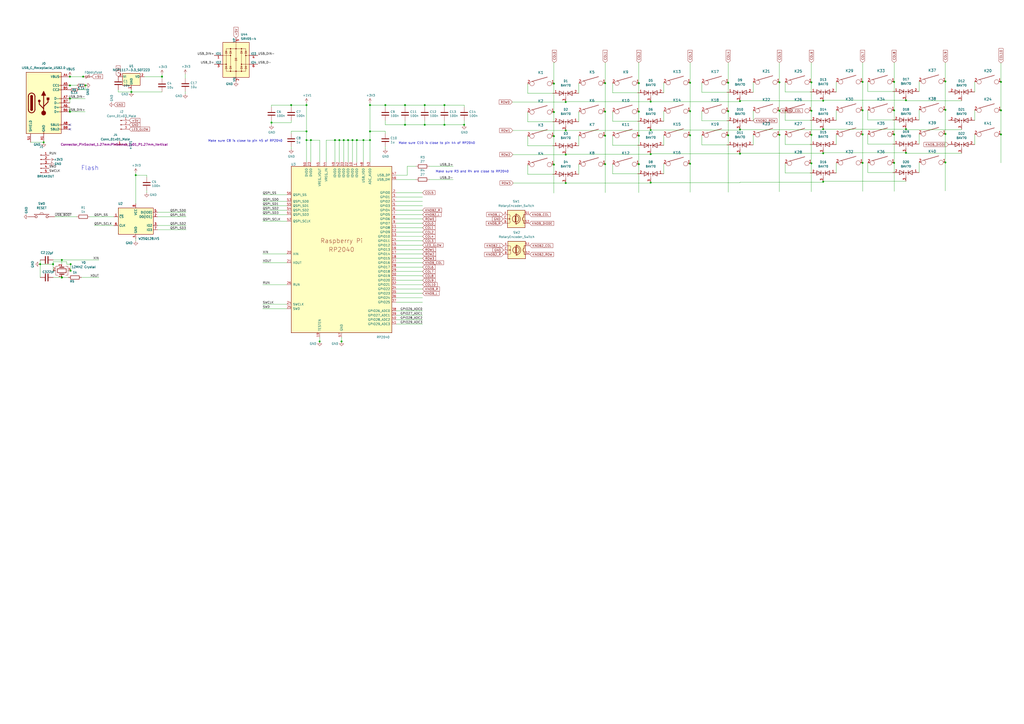
<source format=kicad_sch>
(kicad_sch (version 20211123) (generator eeschema)
  (paper "A2")
  (title_block (title "Rp2040 __template__") (date "2020-12-18") (rev "REV 0.1") (company "scattered_lenity"))
  (junction (at 214.63 76.2))
  (junction (at 548.386 77.724))
  (junction (at 40.5638 44.4754))
  (junction (at 351.028 64.77))
  (junction (at 35.8648 160.9598))
  (junction (at 525.526 74.93))
  (junction (at 400.304 94.996))
  (junction (at 246.38 72.39))
  (junction (at 194.31 81.28))
  (junction (at 196.85 81.28))
  (junction (at 40.5638 57.1754))
  (junction (at 500.38 94.488))
  (junction (at 25.3238 82.5754))
  (junction (at 78.74 101.6))
  (junction (at 199.39 81.28))
  (junction (at 23.2664 153.2382))
  (junction (at 35.8648 150.7998))
  (junction (at 518.668 64.008))
  (junction (at 49.657 49.5046))
  (junction (at 40.5638 49.5554))
  (junction (at 321.31 95.504))
  (junction (at 328.168 59.182))
  (junction (at 210.82 81.28))
  (junction (at 377.444 105.918))
  (junction (at 548.386 63.754))
  (junction (at 525.526 58.166))
  (junction (at 377.444 58.928))
  (junction (at 580.644 77.978))
  (junction (at 580.644 64.008))
  (junction (at 40.5638 64.7954))
  (junction (at 40.9448 157.0482))
  (junction (at 429.26 75.184))
  (junction (at 30.7848 153.2382))
  (junction (at 470.662 47.752))
  (junction (at 500.38 64.008))
  (junction (at 246.38 60.96))
  (junction (at 201.93 81.28))
  (junction (at 452.12 64.262))
  (junction (at 177.8 60.96))
  (junction (at 429.26 89.154))
  (junction (at 422.402 48.006))
  (junction (at 377.444 75.438))
  (junction (at 351.028 78.74))
  (junction (at 377.444 89.408))
  (junction (at 548.386 94.234))
  (junction (at 580.644 47.498))
  (junction (at 177.8 81.28))
  (junction (at 168.91 60.96))
  (junction (at 321.31 65.024))
  (junction (at 429.26 58.674))
  (junction (at 328.168 75.692))
  (junction (at 370.586 64.77))
  (junction (at 400.304 78.486))
  (junction (at 477.52 74.93))
  (junction (at 257.81 60.96))
  (junction (at 518.668 94.488))
  (junction (at 477.52 58.42))
  (junction (at 76.2 53.34))
  (junction (at 470.662 78.232))
  (junction (at 470.662 64.262))
  (junction (at 370.586 78.74))
  (junction (at 400.304 48.006))
  (junction (at 452.12 47.752))
  (junction (at 157.48 71.12))
  (junction (at 400.304 64.516))
  (junction (at 321.31 48.514))
  (junction (at 500.38 77.978))
  (junction (at 269.24 72.39))
  (junction (at 185.42 198.0946))
  (junction (at 198.12 198.0946))
  (junction (at 180.34 81.28))
  (junction (at 518.668 77.978))
  (junction (at 351.028 95.25))
  (junction (at 370.586 48.26))
  (junction (at 207.01 81.28))
  (junction (at 214.63 81.28))
  (junction (at 177.8 76.2))
  (junction (at 477.52 105.41))
  (junction (at 40.9702 153.2382))
  (junction (at 422.402 78.486))
  (junction (at 370.586 95.25))
  (junction (at 48.26 44.45))
  (junction (at 321.31 78.994))
  (junction (at 214.63 60.96))
  (junction (at 500.38 47.498))
  (junction (at 351.028 48.26))
  (junction (at 518.668 47.498))
  (junction (at 422.402 64.516))
  (junction (at 548.386 47.244))
  (junction (at 525.526 88.646))
  (junction (at 257.81 72.39))
  (junction (at 93.98 44.45))
  (junction (at 452.12 78.232))
  (junction (at 328.168 106.172))
  (junction (at 223.52 60.96))
  (junction (at 234.95 72.39))
  (junction (at 477.52 88.9))
  (junction (at 204.47 81.28))
  (junction (at 470.662 94.742))
  (junction (at 35.8648 160.8582))
  (junction (at 328.168 89.662))
  (junction (at 234.95 60.96))
  (no_connect (at 40.5638 74.9554))
  (no_connect (at 40.5638 72.4154))
  (wire (pts (xy 297.483 89.662) (xy 328.168 89.662)))
  (wire (pts (xy 166.37 176.53) (xy 152.4 176.53)))
  (wire (pts (xy 470.662 94.742) (xy 470.662 111.252)))
  (wire (pts (xy 152.4 121.92) (xy 166.37 121.92)))
  (wire (pts (xy 370.586 64.77) (xy 370.586 78.74)))
  (wire (pts (xy 229.87 139.7) (xy 245.11 139.7)))
  (wire (pts (xy 229.87 119.38) (xy 245.11 119.38)))
  (wire (pts (xy 503.428 64.008) (xy 503.428 69.596)))
  (wire (pts (xy 306.07 54.102) (xy 320.548 54.102)))
  (wire (pts (xy 207.01 81.28) (xy 210.82 81.28)))
  (wire (pts (xy 477.52 58.166) (xy 477.52 58.42)))
  (wire (pts (xy 48.26 44.4754) (xy 48.26 44.45)))
  (wire (pts (xy 321.31 48.514) (xy 321.31 65.024)))
  (wire (pts (xy 328.168 106.172) (xy 377.444 106.172)))
  (wire (pts (xy 234.95 62.23) (xy 234.95 60.96)))
  (wire (pts (xy 306.07 84.582) (xy 320.548 84.582)))
  (wire (pts (xy 85.09 101.6) (xy 78.74 101.6)))
  (wire (pts (xy 429.26 75.438) (xy 429.26 75.184)))
  (wire (pts (xy 229.87 114.3) (xy 245.11 114.3)))
  (wire (pts (xy 580.644 36.576) (xy 580.644 47.498)))
  (wire (pts (xy 407.162 64.516) (xy 407.162 70.104)))
  (wire (pts (xy 83.82 44.45) (xy 93.98 44.45)))
  (wire (pts (xy 185.42 81.28) (xy 180.34 81.28)))
  (wire (pts (xy 152.4 116.84) (xy 166.37 116.84)))
  (wire (pts (xy 91.44 130.81) (xy 107.95 130.81)))
  (wire (pts (xy 40.513 64.7954) (xy 40.5638 64.7954)))
  (wire (pts (xy 152.4 119.38) (xy 166.37 119.38)))
  (wire (pts (xy 525.526 88.9) (xy 525.526 88.646)))
  (wire (pts (xy 306.07 95.504) (xy 306.07 101.092)))
  (wire (pts (xy 422.402 36.322) (xy 422.402 48.006)))
  (wire (pts (xy 565.404 77.978) (xy 565.404 83.82)))
  (wire (pts (xy 40.5638 44.4754) (xy 48.26 44.4754)))
  (wire (pts (xy 78.74 100.33) (xy 78.74 101.6)))
  (wire (pts (xy 525.526 88.646) (xy 477.52 88.646)))
  (wire (pts (xy 204.47 93.98) (xy 204.47 81.28)))
  (wire (pts (xy 557.784 58.42) (xy 525.526 58.42)))
  (wire (pts (xy 76.2 53.34) (xy 76.2 53.4416)))
  (wire (pts (xy 557.784 75.184) (xy 525.526 75.184)))
  (wire (pts (xy 306.07 65.024) (xy 306.07 70.612)))
  (wire (pts (xy 201.93 81.28) (xy 204.47 81.28)))
  (wire (pts (xy 38.6842 151.8158) (xy 30.7848 151.8158)))
  (wire (pts (xy 168.91 77.47) (xy 168.91 76.2)))
  (wire (pts (xy 297.434 75.692) (xy 328.168 75.692)))
  (wire (pts (xy 533.146 63.754) (xy 533.146 69.596)))
  (wire (pts (xy 370.586 78.74) (xy 370.586 95.25)))
  (wire (pts (xy 355.346 70.358) (xy 369.824 70.358)))
  (wire (pts (xy 40.5384 57.1754) (xy 40.5638 57.1754)))
  (wire (pts (xy 49.6824 49.5046) (xy 49.657 49.5046)))
  (wire (pts (xy 407.162 53.594) (xy 421.64 53.594)))
  (wire (pts (xy 177.8 59.69) (xy 177.8 60.96)))
  (wire (pts (xy 485.14 94.488) (xy 485.14 100.33)))
  (wire (pts (xy 351.028 95.25) (xy 351.028 111.76)))
  (wire (pts (xy 565.404 47.498) (xy 565.404 53.34)))
  (wire (pts (xy 185.42 195.58) (xy 185.42 198.0946)))
  (wire (pts (xy 580.644 47.498) (xy 580.644 64.008)))
  (wire (pts (xy 351.028 64.77) (xy 351.028 78.74)))
  (wire (pts (xy 455.422 47.752) (xy 455.422 53.34)))
  (wire (pts (xy 229.87 142.24) (xy 245.11 142.24)))
  (wire (pts (xy 223.52 69.85) (xy 223.52 72.39)))
  (wire (pts (xy 477.52 88.646) (xy 477.52 88.9)))
  (wire (pts (xy 455.422 83.82) (xy 469.9 83.82)))
  (wire (pts (xy 229.87 180.34) (xy 245.11 180.34)))
  (wire (pts (xy 557.784 75.184) (xy 557.784 74.93)))
  (wire (pts (xy 565.404 64.008) (xy 565.404 69.85)))
  (wire (pts (xy 23.2664 150.7998) (xy 23.2664 153.2382)))
  (wire (pts (xy 180.34 93.98) (xy 180.34 81.28)))
  (wire (pts (xy 370.586 36.322) (xy 370.332 36.322)))
  (wire (pts (xy 229.87 187.96) (xy 245.11 187.96)))
  (wire (pts (xy 229.87 132.08) (xy 245.11 132.08)))
  (wire (pts (xy 40.5638 49.5046) (xy 40.5638 49.5554)))
  (wire (pts (xy 214.63 76.2) (xy 223.52 76.2)))
  (wire (pts (xy 400.304 78.486) (xy 400.304 94.996)))
  (wire (pts (xy 40.9448 157.0482) (xy 40.9702 157.0482)))
  (wire (pts (xy 321.31 95.504) (xy 321.31 112.014)))
  (wire (pts (xy 452.12 64.262) (xy 452.12 78.232)))
  (wire (pts (xy 525.526 58.42) (xy 525.526 58.166)))
  (wire (pts (xy 44.45 125.73) (xy 31.75 125.73)))
  (wire (pts (xy 214.63 59.69) (xy 214.63 60.96)))
  (wire (pts (xy 306.07 48.514) (xy 306.07 54.102)))
  (wire (pts (xy 503.428 94.488) (xy 503.428 100.076)))
  (wire (pts (xy 422.402 78.486) (xy 422.402 111.506)))
  (wire (pts (xy 269.24 69.85) (xy 269.24 72.39)))
  (wire (pts (xy 40.5638 62.2554) (xy 40.5638 64.7954)))
  (wire (pts (xy 377.444 75.692) (xy 377.444 75.438)))
  (wire (pts (xy 477.52 74.93) (xy 525.526 74.93)))
  (wire (pts (xy 198.12 195.58) (xy 198.12 198.0946)))
  (wire (pts (xy 385.064 78.486) (xy 385.064 84.328)))
  (wire (pts (xy 229.87 101.6) (xy 236.22 101.6)))
  (wire (pts (xy 500.38 64.008) (xy 500.38 77.978)))
  (wire (pts (xy 229.87 127) (xy 245.11 127)))
  (wire (pts (xy 377.444 89.154) (xy 377.444 89.408)))
  (wire (pts (xy 107.5182 53.1368) (xy 107.5182 54.4068)))
  (wire (pts (xy 223.52 60.96) (xy 234.95 60.96)))
  (wire (pts (xy 328.168 59.182) (xy 297.18 59.182)))
  (wire (pts (xy 328.168 58.928) (xy 328.168 59.182)))
  (wire (pts (xy 229.87 162.56) (xy 245.11 162.56)))
  (wire (pts (xy 321.31 36.322) (xy 321.564 36.322)))
  (wire (pts (xy 40.9702 153.2382) (xy 38.6842 153.2382)))
  (wire (pts (xy 470.662 78.232) (xy 470.662 94.742)))
  (wire (pts (xy 377.444 105.918) (xy 429.26 105.918)))
  (wire (pts (xy 229.87 129.54) (xy 245.11 129.54)))
  (wire (pts (xy 229.87 182.88) (xy 245.11 182.88)))
  (wire (pts (xy 68.58 53.34) (xy 76.2 53.34)))
  (wire (pts (xy 355.346 48.26) (xy 355.346 53.848)))
  (wire (pts (xy 518.668 47.498) (xy 518.668 64.008)))
  (wire (pts (xy 503.428 53.086) (xy 517.906 53.086)))
  (wire (pts (xy 400.304 36.322) (xy 400.304 48.006)))
  (wire (pts (xy 91.44 125.73) (xy 107.95 125.73)))
  (wire (pts (xy 229.87 104.14) (xy 241.3 104.14)))
  (wire (pts (xy 455.422 69.85) (xy 469.9 69.85)))
  (wire (pts (xy 229.87 185.42) (xy 245.11 185.42)))
  (wire (pts (xy 533.146 77.724) (xy 533.146 83.566)))
  (wire (pts (xy 455.422 94.742) (xy 455.422 100.33)))
  (wire (pts (xy 214.63 81.28) (xy 214.63 93.98)))
  (wire (pts (xy 38.6842 153.2382) (xy 38.6842 151.8158)))
  (wire (pts (xy 30.7848 157.0482) (xy 30.7848 153.2382)))
  (wire (pts (xy 385.064 94.996) (xy 385.064 100.838)))
  (wire (pts (xy 85.09 110.49) (xy 85.09 111.76)))
  (wire (pts (xy 35.8648 150.7998) (xy 57.404 150.7998)))
  (wire (pts (xy 35.8648 160.9598) (xy 35.8648 160.8582)))
  (wire (pts (xy 45.6438 52.0954) (xy 49.6824 52.0954)))
  (wire (pts (xy 306.07 70.612) (xy 320.548 70.612)))
  (wire (pts (xy 400.304 48.006) (xy 400.304 64.516)))
  (wire (pts (xy 185.42 93.98) (xy 185.42 81.28)))
  (wire (pts (xy 269.24 62.23) (xy 269.24 60.96)))
  (wire (pts (xy 229.87 152.4) (xy 245.11 152.4)))
  (wire (pts (xy 234.95 69.85) (xy 234.95 72.39)))
  (wire (pts (xy 548.386 77.724) (xy 548.386 94.234)))
  (wire (pts (xy 30.8864 160.9598) (xy 35.8648 160.9598)))
  (wire (pts (xy 78.74 101.6) (xy 78.74 118.11)))
  (wire (pts (xy 168.91 60.96) (xy 177.8 60.96)))
  (wire (pts (xy 157.48 60.96) (xy 168.91 60.96)))
  (wire (pts (xy 246.38 72.39) (xy 234.95 72.39)))
  (wire (pts (xy 229.87 160.02) (xy 245.11 160.02)))
  (wire (pts (xy 234.95 60.96) (xy 246.38 60.96)))
  (wire (pts (xy 177.8 81.28) (xy 177.8 93.98)))
  (wire (pts (xy 194.31 93.98) (xy 194.31 81.28)))
  (wire (pts (xy 436.88 47.752) (xy 436.88 53.594)))
  (wire (pts (xy 40.9956 153.2382) (xy 40.9702 153.2382)))
  (wire (pts (xy 229.87 167.64) (xy 245.11 167.64)))
  (wire (pts (xy 207.01 81.28) (xy 207.01 93.98)))
  (wire (pts (xy 85.09 102.87) (xy 85.09 101.6)))
  (wire (pts (xy 477.52 58.42) (xy 429.26 58.42)))
  (wire (pts (xy 477.52 105.156) (xy 477.52 105.41)))
  (wire (pts (xy 166.37 179.07) (xy 152.4 179.07)))
  (wire (pts (xy 76.2 52.07) (xy 76.2 53.34)))
  (wire (pts (xy 196.85 81.28) (xy 199.39 81.28)))
  (wire (pts (xy 198.12 198.0946) (xy 198.12 198.12)))
  (wire (pts (xy 229.87 121.92) (xy 245.11 121.92)))
  (wire (pts (xy 17.7038 82.5754) (xy 25.3238 82.5754)))
  (wire (pts (xy 47.244 160.9598) (xy 57.404 160.9598)))
  (wire (pts (xy 40.5638 57.1754) (xy 49.4284 57.1754)))
  (wire (pts (xy 518.668 64.008) (xy 518.668 77.978)))
  (wire (pts (xy 229.87 116.84) (xy 245.11 116.84)))
  (wire (pts (xy 335.788 64.77) (xy 335.788 70.612)))
  (wire (pts (xy 54.61 130.81) (xy 66.04 130.81)))
  (wire (pts (xy 400.304 64.516) (xy 400.304 78.486)))
  (wire (pts (xy 518.668 77.978) (xy 518.668 94.488)))
  (wire (pts (xy 580.644 64.008) (xy 580.644 77.978)))
  (wire (pts (xy 429.26 75.184) (xy 477.52 75.184)))
  (wire (pts (xy 107.5182 42.9768) (xy 107.5182 45.5168)))
  (wire (pts (xy 223.52 62.23) (xy 223.52 60.96)))
  (wire (pts (xy 229.87 124.46) (xy 245.11 124.46)))
  (wire (pts (xy 168.91 71.12) (xy 168.91 69.85)))
  (wire (pts (xy 223.52 77.47) (xy 223.52 76.2)))
  (wire (pts (xy 503.428 77.978) (xy 503.428 83.566)))
  (wire (pts (xy 236.22 96.52) (xy 236.22 101.6)))
  (wire (pts (xy 328.168 75.692) (xy 377.444 75.692)))
  (wire (pts (xy 246.38 69.85) (xy 246.38 72.39)))
  (wire (pts (xy 485.14 47.498) (xy 485.14 53.34)))
  (wire (pts (xy 321.31 65.024) (xy 321.31 78.994)))
  (wire (pts (xy 477.52 75.184) (xy 477.52 74.93)))
  (wire (pts (xy 407.162 78.486) (xy 407.162 84.074)))
  (wire (pts (xy 477.52 88.9) (xy 429.26 88.9)))
  (wire (pts (xy 500.38 94.488) (xy 500.38 110.998)))
  (wire (pts (xy 76.2 53.34) (xy 93.98 53.34)))
  (wire (pts (xy 548.386 47.244) (xy 548.386 63.754)))
  (wire (pts (xy 40.5638 57.1754) (xy 40.5638 59.7154)))
  (wire (pts (xy 257.81 60.96) (xy 269.24 60.96)))
  (wire (pts (xy 199.39 81.28) (xy 201.93 81.28)))
  (wire (pts (xy 518.668 94.488) (xy 518.668 110.998)))
  (wire (pts (xy 229.87 172.72) (xy 245.11 172.72)))
  (wire (pts (xy 23.2664 153.2382) (xy 30.7848 153.2382)))
  (wire (pts (xy 436.88 78.232) (xy 436.88 84.074)))
  (wire (pts (xy 525.526 74.93) (xy 525.526 74.676)))
  (wire (pts (xy 422.402 64.516) (xy 422.402 78.486)))
  (wire (pts (xy 321.31 48.514) (xy 321.31 36.322)))
  (wire (pts (xy 470.662 64.262) (xy 470.662 78.232)))
  (wire (pts (xy 455.422 100.33) (xy 469.9 100.33)))
  (wire (pts (xy 214.63 76.2) (xy 214.63 81.28)))
  (wire (pts (xy 246.38 60.96) (xy 257.81 60.96)))
  (wire (pts (xy 166.37 152.4) (xy 152.4 152.4)))
  (wire (pts (xy 157.48 71.12) (xy 168.91 71.12)))
  (wire (pts (xy 40.9702 153.2382) (xy 40.9702 157.0482)))
  (wire (pts (xy 39.624 160.9598) (xy 35.8648 160.9598)))
  (wire (pts (xy 52.07 125.73) (xy 66.04 125.73)))
  (wire (pts (xy 257.81 62.23) (xy 257.81 60.96)))
  (wire (pts (xy 385.064 48.006) (xy 385.064 53.848)))
  (wire (pts (xy 429.26 58.928) (xy 377.444 58.928)))
  (wire (pts (xy 306.07 101.092) (xy 320.548 101.092)))
  (wire (pts (xy 548.386 94.234) (xy 548.386 110.744)))
  (wire (pts (xy 503.428 83.566) (xy 517.906 83.566)))
  (wire (pts (xy 533.146 47.244) (xy 533.146 53.086)))
  (wire (pts (xy 246.38 62.23) (xy 246.38 60.96)))
  (wire (pts (xy 377.444 106.172) (xy 377.444 105.918)))
  (wire (pts (xy 229.87 157.48) (xy 245.11 157.48)))
  (wire (pts (xy 269.24 72.39) (xy 257.81 72.39)))
  (wire (pts (xy 370.586 95.25) (xy 370.586 111.76)))
  (wire (pts (xy 248.92 96.52) (xy 262.89 96.52)))
  (wire (pts (xy 335.788 95.25) (xy 335.788 101.092)))
  (wire (pts (xy 370.586 48.26) (xy 370.586 64.77)))
  (wire (pts (xy 548.386 36.322) (xy 548.386 47.244)))
  (wire (pts (xy 44.577 49.5046) (xy 40.5638 49.5046)))
  (wire (pts (xy 455.422 53.34) (xy 469.9 53.34)))
  (wire (pts (xy 452.12 47.752) (xy 452.12 64.262)))
  (wire (pts (xy 370.586 48.26) (xy 370.586 36.322)))
  (wire (pts (xy 93.98 44.45) (xy 93.98 43.18)))
  (wire (pts (xy 355.346 84.328) (xy 369.824 84.328)))
  (wire (pts (xy 525.526 58.166) (xy 477.52 58.166)))
  (wire (pts (xy 196.85 93.98) (xy 196.85 81.28)))
  (wire (pts (xy 377.444 58.928) (xy 328.168 58.928)))
  (wire (pts (xy 351.028 48.26) (xy 351.028 64.77)))
  (wire (pts (xy 93.98 45.72) (xy 93.98 44.45)))
  (wire (pts (xy 68.58 52.07) (xy 68.58 53.34)))
  (wire (pts (xy 23.2664 153.2382) (xy 23.2664 160.9598)))
  (wire (pts (xy 355.346 95.25) (xy 355.346 100.838)))
  (wire (pts (xy 157.48 62.23) (xy 157.48 60.96)))
  (wire (pts (xy 455.422 78.232) (xy 455.422 83.82)))
  (wire (pts (xy 429.26 105.918) (xy 429.26 105.664)))
  (wire (pts (xy 377.444 75.438) (xy 429.26 75.438)))
  (wire (pts (xy 210.82 93.98) (xy 210.82 81.28)))
  (wire (pts (xy 297.688 106.172) (xy 328.168 106.172)))
  (wire (pts (xy 177.8 76.2) (xy 177.8 81.28)))
  (wire (pts (xy 229.87 175.26) (xy 245.11 175.26)))
  (wire (pts (xy 91.44 133.35) (xy 107.95 133.35)))
  (wire (pts (xy 157.48 69.85) (xy 157.48 71.12)))
  (wire (pts (xy 500.38 47.498) (xy 500.38 64.008)))
  (wire (pts (xy 78.74 138.43) (xy 78.74 139.7)))
  (wire (pts (xy 166.37 165.1) (xy 152.4 165.1)))
  (wire (pts (xy 525.526 105.156) (xy 477.52 105.156)))
  (wire (pts (xy 351.028 36.322) (xy 351.028 48.26)))
  (wire (pts (xy 189.23 93.98) (xy 189.23 81.28)))
  (wire (pts (xy 30.7848 151.8158) (xy 30.7848 153.2382)))
  (wire (pts (xy 185.42 198.0946) (xy 185.42 198.12)))
  (wire (pts (xy 229.87 147.32) (xy 245.11 147.32)))
  (wire (pts (xy 429.26 58.42) (xy 429.26 58.674)))
  (wire (pts (xy 229.87 134.62) (xy 245.11 134.62)))
  (wire (pts (xy 335.788 78.74) (xy 335.788 84.582)))
  (wire (pts (xy 355.346 78.74) (xy 355.346 84.328)))
  (wire (pts (xy 503.428 47.498) (xy 503.428 53.086)))
  (wire (pts (xy 470.662 47.752) (xy 470.662 64.262)))
  (wire (pts (xy 429.26 105.664) (xy 477.52 105.664)))
  (wire (pts (xy 229.87 154.94) (xy 245.11 154.94)))
  (wire (pts (xy 201.93 93.98) (xy 201.93 81.28)))
  (wire (pts (xy 199.39 93.98) (xy 199.39 81.28)))
  (wire (pts (xy 452.12 78.232) (xy 452.12 111.252)))
  (wire (pts (xy 355.346 64.77) (xy 355.346 70.358)))
  (wire (pts (xy 214.63 60.96) (xy 214.63 76.2)))
  (wire (pts (xy 503.428 69.596) (xy 517.906 69.596)))
  (wire (pts (xy 422.402 48.006) (xy 422.402 64.516)))
  (wire (pts (xy 189.23 81.28) (xy 194.31 81.28)))
  (wire (pts (xy 429.26 89.154) (xy 377.444 89.154)))
  (wire (pts (xy 407.162 70.104) (xy 421.64 70.104)))
  (wire (pts (xy 306.07 78.994) (xy 306.07 84.582)))
  (wire (pts (xy 525.526 75.184) (xy 525.526 74.93)))
  (wire (pts (xy 407.162 84.074) (xy 421.64 84.074)))
  (wire (pts (xy 477.52 105.41) (xy 477.52 105.664)))
  (wire (pts (xy 229.87 144.78) (xy 245.11 144.78)))
  (wire (pts (xy 485.14 64.008) (xy 485.14 69.85)))
  (wire (pts (xy 548.386 63.754) (xy 548.386 77.724)))
  (wire (pts (xy 229.87 137.16) (xy 245.11 137.16)))
  (wire (pts (xy 168.91 85.09) (xy 168.91 86.36)))
  (wire (pts (xy 168.91 62.23) (xy 168.91 60.96)))
  (wire (pts (xy 518.668 36.322) (xy 518.668 47.498)))
  (wire (pts (xy 557.784 88.9) (xy 525.526 88.9)))
  (wire (pts (xy 49.6824 52.0954) (xy 49.6824 49.5046)))
  (wire (pts (xy 429.26 58.674) (xy 429.26 58.928)))
  (wire (pts (xy 40.5638 64.7954) (xy 49.403 64.7954)))
  (wire (pts (xy 257.81 69.85) (xy 257.81 72.39)))
  (wire (pts (xy 377.444 89.408) (xy 328.168 89.408)))
  (wire (pts (xy 580.644 77.978) (xy 580.644 94.488)))
  (wire (pts (xy 400.304 94.996) (xy 400.304 111.506)))
  (wire (pts (xy 470.662 36.322) (xy 470.662 47.752)))
  (wire (pts (xy 328.168 89.408) (xy 328.168 89.662)))
  (wire (pts (xy 335.788 48.26) (xy 335.788 54.102)))
  (wire (pts (xy 152.4 124.46) (xy 166.37 124.46)))
  (wire (pts (xy 229.87 170.18) (xy 245.11 170.18)))
  (wire (pts (xy 229.87 165.1) (xy 245.11 165.1)))
  (wire (pts (xy 500.38 36.322) (xy 500.38 47.498)))
  (wire (pts (xy 210.82 81.28) (xy 214.63 81.28)))
  (wire (pts (xy 157.48 71.12) (xy 157.48 72.39)))
  (wire (pts (xy 257.81 72.39) (xy 246.38 72.39)))
  (wire (pts (xy 455.422 64.262) (xy 455.422 69.85)))
  (wire (pts (xy 35.8648 150.7998) (xy 35.8648 153.2382)))
  (wire (pts (xy 229.87 111.76) (xy 245.11 111.76)))
  (wire (pts (xy 214.63 60.96) (xy 223.52 60.96)))
  (wire (pts (xy 30.8864 150.7998) (xy 35.8648 150.7998)))
  (wire (pts (xy 168.91 76.2) (xy 177.8 76.2)))
  (wire (pts (xy 321.31 78.994) (xy 321.31 95.504)))
  (wire (pts (xy 166.37 113.03) (xy 152.4 113.03)))
  (wire (pts (xy 533.146 94.234) (xy 533.146 100.076)))
  (wire (pts (xy 152.4 147.32) (xy 166.37 147.32)))
  (wire (pts (xy 355.346 100.838) (xy 369.824 100.838)))
  (wire (pts (xy 204.47 81.28) (xy 207.01 81.28)))
  (wire (pts (xy 500.38 77.978) (xy 500.38 94.488)))
  (wire (pts (xy 436.88 64.262) (xy 436.88 70.104)))
  (wire (pts (xy 177.8 60.96) (xy 177.8 76.2)))
  (wire (pts (xy 234.95 72.39) (xy 223.52 72.39)))
  (wire (pts (xy 91.44 123.19) (xy 107.95 123.19)))
  (wire (pts (xy 166.37 128.27) (xy 152.4 128.27)))
  (wire (pts (xy 407.162 48.006) (xy 407.162 53.594)))
  (wire (pts (xy 194.31 81.28) (xy 196.85 81.28)))
  (wire (pts (xy 229.87 149.86) (xy 245.11 149.86)))
  (wire (pts (xy 236.22 96.52) (xy 241.3 96.52)))
  (wire (pts (xy 503.428 100.076) (xy 517.906 100.076)))
  (wire (pts (xy 355.346 53.848) (xy 369.824 53.848)))
  (wire (pts (xy 452.12 36.322) (xy 452.12 47.752)))
  (wire (pts (xy 351.028 78.74) (xy 351.028 95.25)))
  (wire (pts (xy 223.52 85.09) (xy 223.52 86.36)))
  (wire (pts (xy 485.14 77.978) (xy 485.14 83.82)))
  (wire (pts (xy 248.92 104.14) (xy 262.89 104.14)))
  (wire (pts (xy 385.064 64.516) (xy 385.064 70.358)))
  (wire (pts (xy 180.34 81.28) (xy 177.8 81.28)))
  (wire (pts (xy 429.26 88.9) (xy 429.26 89.154)))
  (text "Make sure C8 is close to pin 45 of RP2040" (at 120.65 82.55 0) (effects (font (size 1.27 1.27)) (justify left bottom)))
  (text "Make sure R3 and R4 are close to RP2040" (at 252.73 100.33 0) (effects (font (size 1.27 1.27)) (justify left bottom)))
  (text "Flash" (at 46.99 99.06 0) (effects (font (size 2.54 2.54)) (justify left bottom)))
  (text "Make sure C10 is close to pin 44 of RP2040" (at 231.14 83.82 0) (effects (font (size 1.27 1.27)) (justify left bottom)))
  (label "RUN" (at 28.5242 89.9922 0))
  (label "QSPI_SD2" (at 107.95 130.81 180))
  (label "XIN" (at 152.4 147.32 0))
  (label "QSPI_SS" (at 54.61 125.73 0))
  (label "RUN" (at 152.4 165.1 0))
  (label "USB_DIN+" (at 124.206 32.1818 180))
  (label "SWD" (at 28.5242 97.6122 0))
  (label "USB_D+" (at 124.206 37.2618 180))
  (label "~{USB_BOOT}" (at 31.75 125.73 0))
  (label "GPIO27_ADC1" (at 245.11 182.88 180))
  (label "XIN" (at 57.404 150.7998 180))
  (label "QSPI_SS" (at 152.4 113.03 0))
  (label "QSPI_SCLK" (at 54.61 130.81 0))
  (label "XOUT" (at 57.404 160.9598 180))
  (label "QSPI_SD1" (at 152.4 119.38 0))
  (label "SWD" (at 152.4 179.07 0))
  (label "XOUT" (at 152.4 152.4 0))
  (label "USB_DIN-" (at 149.606 32.1818 0))
  (label "QSPI_SD0" (at 152.4 116.84 0))
  (label "USB_DIN-" (at 49.4284 57.1754 180))
  (label "USB_D+" (at 262.89 96.52 180))
  (label "QSPI_SD3" (at 152.4 124.46 0))
  (label "QSPI_SD0" (at 107.95 123.19 180))
  (label "GPIO28_ADC2" (at 245.11 185.42 180))
  (label "USB_D-" (at 262.89 104.14 180))
  (label "GPIO26_ADC0" (at 245.11 180.34 180))
  (label "USB_DIN+" (at 49.403 64.7954 180))
  (label "USB_D-" (at 149.606 37.2618 0))
  (label "QSPI_SD1" (at 107.95 125.73 180))
  (label "QSPI_SD3" (at 107.95 133.35 180))
  (label "QSPI_SCLK" (at 152.4 128.27 0))
  (label "SWCLK" (at 152.4 176.53 0))
  (label "QSPI_SD2" (at 152.4 121.92 0))
  (label "SWCLK" (at 28.5242 100.1522 0))
  (label "GPIO29_ADC3" (at 245.11 187.96 180))
  (global_label "GND" (shape input) (at 74.93 72.39 0) (property "Intersheet References" "${INTERSHEET_REFS}" (effects hide)))
  (global_label "COL1" (shape input) (at 351.028 36.322 90) (property "Intersheet References" "${INTERSHEET_REFS}" (effects hide)))
  (global_label "COL0" (shape input) (at 321.564 36.322 90) (property "Intersheet References" "${INTERSHEET_REFS}" (effects hide)))
  (global_label "ROW2" (shape input) (at 297.483 89.662 180) (property "Intersheet References" "${INTERSHEET_REFS}" (effects hide)))
  (global_label "KNOB_L" (shape input) (at 291.846 124.46 180) (property "Intersheet References" "${INTERSHEET_REFS}" (effects hide)))
  (global_label "ROW3" (shape input) (at 297.688 106.172 180) (property "Intersheet References" "${INTERSHEET_REFS}" (effects hide)))
  (global_label "COL2" (shape input) (at 245.11 134.62 0) (property "Intersheet References" "${INTERSHEET_REFS}" (effects hide)))
  (global_label "KNOB2_R" (shape input) (at 292.1 147.574 180) (property "Intersheet References" "${INTERSHEET_REFS}" (effects hide)))
  (global_label "KNOB_COL" (shape input) (at 245.11 152.4 0) (property "Intersheet References" "${INTERSHEET_REFS}" (effects hide)))
  (global_label "KNOB_L" (shape input) (at 245.11 170.18 0) (property "Intersheet References" "${INTERSHEET_REFS}" (effects hide)))
  (global_label "COL3" (shape input) (at 245.11 139.7 0) (property "Intersheet References" "${INTERSHEET_REFS}" (effects hide)))
  (global_label "COL4" (shape input) (at 245.11 137.16 0) (property "Intersheet References" "${INTERSHEET_REFS}" (effects hide)))
  (global_label "COL7" (shape input) (at 245.11 157.48 0) (property "Intersheet References" "${INTERSHEET_REFS}" (effects hide)))
  (global_label "ROW3" (shape input) (at 245.11 149.86 0) (property "Intersheet References" "${INTERSHEET_REFS}" (effects hide)))
  (global_label "COL7" (shape input) (at 500.38 36.322 90) (property "Intersheet References" "${INTERSHEET_REFS}" (effects hide)))
  (global_label "+5V" (shape input) (at 74.93 69.85 0) (property "Intersheet References" "${INTERSHEET_REFS}" (effects hide)))
  (global_label "COL8" (shape input) (at 518.668 36.334 90) (property "Intersheet References" "${INTERSHEET_REFS}" (effects hide)))
  (global_label "ROW1" (shape input) (at 297.434 75.692 180) (property "Intersheet References" "${INTERSHEET_REFS}" (effects hide)))
  (global_label "COL1" (shape input) (at 245.11 132.08 0) (property "Intersheet References" "${INTERSHEET_REFS}" (effects hide)))
  (global_label "+5V" (shape input) (at 68.58 44.45 90) (property "Intersheet References" "${INTERSHEET_REFS}" (effects hide)))
  (global_label "ROW0" (shape input) (at 245.11 127 0) (property "Intersheet References" "${INTERSHEET_REFS}" (effects hide)))
  (global_label "GND" (shape input) (at 291.846 127 180) (property "Intersheet References" "${INTERSHEET_REFS}" (effects hide)))
  (global_label "COL6" (shape input) (at 245.11 154.94 0) (property "Intersheet References" "${INTERSHEET_REFS}" (effects hide)))
  (global_label "LED_GLOW" (shape input) (at 74.93 74.93 0) (property "Intersheet References" "${INTERSHEET_REFS}" (effects hide)))
  (global_label "KNOB_R" (shape input) (at 245.11 167.64 0) (property "Intersheet References" "${INTERSHEET_REFS}" (effects hide)))
  (global_label "COL10" (shape input) (at 580.644 36.576 90) (property "Intersheet References" "${INTERSHEET_REFS}" (effects hide)))
  (global_label "KNOB_DIODE" (shape input) (at 550.164 83.82 180) (property "Intersheet References" "${INTERSHEET_REFS}" (effects hide)))
  (global_label "+5V" (shape input) (at 136.906 22.0218 90) (property "Intersheet References" "${INTERSHEET_REFS}" (effects hide)))
  (global_label "COL6" (shape input) (at 470.662 36.3454 90) (property "Intersheet References" "${INTERSHEET_REFS}" (effects hide)))
  (global_label "KNOB2_ROW" (shape input) (at 436.88 69.9656 0) (property "Intersheet References" "${INTERSHEET_REFS}" (effects hide)))
  (global_label "COL5" (shape input) (at 245.11 111.76 0) (property "Intersheet References" "${INTERSHEET_REFS}" (effects hide)))
  (global_label "ROW1" (shape input) (at 245.11 144.78 0) (property "Intersheet References" "${INTERSHEET_REFS}" (effects hide)))
  (global_label "LED_GLOW" (shape input) (at 245.11 142.24 0) (property "Intersheet References" "${INTERSHEET_REFS}" (effects hide)))
  (global_label "ROW0" (shape input) (at 297.18 59.182 180) (property "Intersheet References" "${INTERSHEET_REFS}" (effects hide)))
  (global_label "GND" (shape input) (at 292.1 145.034 180) (property "Intersheet References" "${INTERSHEET_REFS}" (effects hide)))
  (global_label "COL4" (shape input) (at 422.402 36.322 90) (property "Intersheet References" "${INTERSHEET_REFS}" (effects hide)))
  (global_label "KNOB_COL" (shape input) (at 307.086 124.46 0) (property "Intersheet References" "${INTERSHEET_REFS}" (effects hide)))
  (global_label "GND" (shape input) (at 66.04 60.706 0) (property "Intersheet References" "${INTERSHEET_REFS}" (effects hide)))
  (global_label "+5V" (shape input) (at 53.34 44.45 0) (property "Intersheet References" "${INTERSHEET_REFS}" (effects hide)))
  (global_label "KNOB_DIODE" (shape input) (at 307.086 129.54 0) (property "Intersheet References" "${INTERSHEET_REFS}" (effects hide)))
  (global_label "COL2" (shape input) (at 370.586 36.3531 90) (property "Intersheet References" "${INTERSHEET_REFS}" (effects hide)))
  (global_label "KNOB2_COL" (shape input) (at 452.12 64.2233 0) (property "Intersheet References" "${INTERSHEET_REFS}" (effects hide)))
  (global_label "KNOB2_ROW" (shape input) (at 307.34 147.574 0) (property "Intersheet References" "${INTERSHEET_REFS}" (effects hide)))
  (global_label "KNOB2_L" (shape input) (at 292.1 142.494 180) (property "Intersheet References" "${INTERSHEET_REFS}" (effects hide)))
  (global_label "COL8" (shape input) (at 245.11 160.02 0) (property "Intersheet References" "${INTERSHEET_REFS}" (effects hide)))
  (global_label "COL3" (shape input) (at 400.304 36.322 90) (property "Intersheet References" "${INTERSHEET_REFS}" (effects hide)))
  (global_label "KNOB_R" (shape input) (at 291.846 129.54 180) (property "Intersheet References" "${INTERSHEET_REFS}" (effects hide)))
  (global_label "COL9" (shape input) (at 548.386 36.322 90) (property "Intersheet References" "${INTERSHEET_REFS}" (effects hide)))
  (global_label "ROW2" (shape input) (at 245.11 147.32 0) (property "Intersheet References" "${INTERSHEET_REFS}" (effects hide)))
  (global_label "KNOB2_COL" (shape input) (at 307.34 142.494 0) (property "Intersheet References" "${INTERSHEET_REFS}" (effects hide)))
  (global_label "KNOB2_R" (shape input) (at 245.11 121.92 0) (property "Intersheet References" "${INTERSHEET_REFS}" (effects hide)))
  (global_label "KNOB2_L" (shape input) (at 245.11 124.46 0) (property "Intersheet References" "${INTERSHEET_REFS}" (effects hide)))
  (global_label "COL0" (shape input) (at 245.11 129.54 0) (property "Intersheet References" "${INTERSHEET_REFS}" (effects hide)))
  (global_label "COL10" (shape input) (at 245.11 165.1 0) (property "Intersheet References" "${INTERSHEET_REFS}" (effects hide)))
  (global_label "COL9" (shape input) (at 245.11 162.56 0) (property "Intersheet References" "${INTERSHEET_REFS}" (effects hide)))
  (global_label "COL5" (shape input) (at 452.12 36.322 90) (property "Intersheet References" "${INTERSHEET_REFS}" (effects hide)))
  (symbol (lib_id "MCU_RaspberryPi_RP2040:RP2040") (at 198.12 144.78 0) (unit 1)
    (property "Reference" "U3" (at 170.18 95.25 0))
    (property "Value" "RP2040" (at 222.25 195.58 0))
    (property "Footprint" "cipulot_parts:RP2040-QFN-56" (effects hide))
    (property "LCSC" "C2040" (effects hide))
  )
  (symbol (lib_id "Device:C") (at 27.0764 150.7998 270) (unit 1)
    (property "Reference" "C2" (at 23.5712 146.5326 90) (effects (justify left)))
    (property "Value" "22pf" (at 26.416 146.7866 90) (effects (justify left)))
    (property "Footprint" "Capacitor_SMD:C_0805_2012Metric" (effects hide))
    (property "LCSC" "C1804" (effects hide))
  )
  (symbol (lib_id "Device:C") (at 27.0764 160.9598 270) (unit 1)
    (property "Reference" "C3" (at 24.5618 157.7594 90) (effects (justify left)))
    (property "Value" "22pf" (at 27.1018 157.6578 90) (effects (justify left)))
    (property "Footprint" "Capacitor_SMD:C_0805_2012Metric" (effects hide))
    (property "LCSC" "C1804" (effects hide))
  )
  (symbol (lib_id "power:GND") (at 23.2664 153.2382 270) (unit 1)
    (property "Reference" "#PWR06" (effects hide))
    (property "Value" "GND" (at 18.8722 153.3652 0))
  )
  (symbol (lib_id "Memory_Flash:W25Q128JVS") (at 78.74 128.27 0) (unit 1)
    (property "Reference" "U2" (at 69.85 118.11 0))
    (property "Value" "W25Q128JVS" (at 86.36 138.43 0))
    (property "Footprint" "Package_SO:SOIC-8_5.23x5.23mm_P1.27mm" (effects hide))
    (property "Datasheet" "http://www.winbond.com/resource-files/w25q128jv_dtr%20revc%2003272018%20plus.pdf" (effects hide))
    (property "LCSC" "C97521" (effects hide))
  )
  (symbol (lib_id "power:+3V3") (at 78.74 100.33 0) (unit 1)
    (property "Reference" "#PWR07" (effects hide))
    (property "Value" "+3V3" (at 79.121 95.9358 0))
  )
  (symbol (lib_id "power:GND") (at 78.74 139.7 0) (unit 1)
    (property "Reference" "#PWR08" (effects hide))
    (property "Value" "GND" (at 74.93 140.97 0))
  )
  (symbol (lib_id "Device:R") (at 48.26 125.73 270) (unit 1)
    (property "Reference" "R1" (at 48.26 120.4722 90))
    (property "Value" "1k" (at 48.26 122.7836 90))
    (property "Footprint" "Resistor_SMD:R_0805_2012Metric" (effects hide))
    (property "LCSC" "C11702" (effects hide))
  )
  (symbol (lib_id "Device:C") (at 85.09 106.68 0) (unit 1)
    (property "Reference" "C5" (at 88.011 105.5116 0) (effects (justify left)))
    (property "Value" "100n" (at 88.011 107.823 0) (effects (justify left)))
    (property "Footprint" "Capacitor_SMD:C_0805_2012Metric" (effects hide))
    (property "LCSC" "C49678" (effects hide))
  )
  (symbol (lib_id "power:GND") (at 85.09 111.76 0) (unit 1)
    (property "Reference" "#PWR011" (effects hide))
    (property "Value" "GND" (at 88.9 113.03 0))
  )
  (symbol (lib_id "Device:R") (at 245.11 96.52 270) (unit 1)
    (property "Reference" "R3" (at 245.11 91.2622 90))
    (property "Value" "27" (at 245.11 93.5736 90))
    (property "Footprint" "Resistor_SMD:R_0805_2012Metric" (effects hide))
    (property "LCSC" "C138021" (effects hide))
  )
  (symbol (lib_id "Device:R") (at 245.11 104.14 270) (unit 1)
    (property "Reference" "R4" (at 245.11 98.8822 90))
    (property "Value" "27" (at 245.11 101.1936 90))
    (property "Footprint" "Resistor_SMD:R_0805_2012Metric" (effects hide))
    (property "LCSC" "C138021" (effects hide))
  )
  (symbol (lib_id "power:+3V3") (at 214.63 59.69 0) (unit 1)
    (property "Reference" "#PWR017" (effects hide))
    (property "Value" "+3V3" (at 215.011 55.2958 0))
  )
  (symbol (lib_id "power:+1V1") (at 177.8 59.69 0) (unit 1)
    (property "Reference" "#PWR014" (effects hide))
    (property "Value" "+1V1" (at 178.181 55.2958 0))
  )
  (symbol (lib_id "Device:C") (at 223.52 66.04 0) (unit 1)
    (property "Reference" "C9" (at 226.441 64.8716 0) (effects (justify left)))
    (property "Value" "100n" (at 226.441 67.183 0) (effects (justify left)))
    (property "Footprint" "Capacitor_SMD:C_0805_2012Metric" (effects hide))
    (property "LCSC" "C49678" (effects hide))
  )
  (symbol (lib_id "Device:C") (at 234.95 66.04 0) (unit 1)
    (property "Reference" "C11" (at 237.871 64.8716 0) (effects (justify left)))
    (property "Value" "100n" (at 237.871 67.183 0) (effects (justify left)))
    (property "Footprint" "Capacitor_SMD:C_0805_2012Metric" (effects hide))
    (property "LCSC" "C49678" (effects hide))
  )
  (symbol (lib_id "Device:C") (at 246.38 66.04 0) (unit 1)
    (property "Reference" "C12" (at 249.301 64.8716 0) (effects (justify left)))
    (property "Value" "100n" (at 249.301 67.183 0) (effects (justify left)))
    (property "Footprint" "Capacitor_SMD:C_0805_2012Metric" (effects hide))
    (property "LCSC" "C49678" (effects hide))
  )
  (symbol (lib_id "Device:C") (at 257.81 66.04 0) (unit 1)
    (property "Reference" "C13" (at 260.731 64.8716 0) (effects (justify left)))
    (property "Value" "100n" (at 260.731 67.183 0) (effects (justify left)))
    (property "Footprint" "Capacitor_SMD:C_0805_2012Metric" (effects hide))
    (property "LCSC" "C49678" (effects hide))
  )
  (symbol (lib_id "Device:C") (at 269.24 66.04 0) (unit 1)
    (property "Reference" "C14" (at 272.161 64.8716 0) (effects (justify left)))
    (property "Value" "100n" (at 272.161 67.183 0) (effects (justify left)))
    (property "Footprint" "Capacitor_SMD:C_0805_2012Metric" (effects hide))
    (property "LCSC" "C49678" (effects hide))
  )
  (symbol (lib_id "Device:C") (at 157.48 66.04 0) (unit 1)
    (property "Reference" "C6" (at 160.401 64.8716 0) (effects (justify left)))
    (property "Value" "100n" (at 160.401 67.183 0) (effects (justify left)))
    (property "Footprint" "Capacitor_SMD:C_0805_2012Metric" (effects hide))
    (property "LCSC" "C49678" (effects hide))
  )
  (symbol (lib_id "Device:C") (at 168.91 66.04 0) (unit 1)
    (property "Reference" "C7" (at 171.831 64.8716 0) (effects (justify left)))
    (property "Value" "100n" (at 171.831 67.183 0) (effects (justify left)))
    (property "Footprint" "Capacitor_SMD:C_0805_2012Metric" (effects hide))
    (property "LCSC" "C49678" (effects hide))
  )
  (symbol (lib_id "Device:C") (at 168.91 81.28 0) (unit 1)
    (property "Reference" "C8" (at 171.831 80.1116 0) (effects (justify left)))
    (property "Value" "1u" (at 171.831 82.423 0) (effects (justify left)))
    (property "Footprint" "Capacitor_SMD:C_0805_2012Metric" (effects hide))
    (property "LCSC" "C28323" (effects hide))
  )
  (symbol (lib_id "Device:C") (at 223.52 81.28 0) (unit 1)
    (property "Reference" "C10" (at 226.441 80.1116 0) (effects (justify left)))
    (property "Value" "1u" (at 226.441 82.423 0) (effects (justify left)))
    (property "Footprint" "Capacitor_SMD:C_0805_2012Metric" (effects hide))
    (property "LCSC" "C28323" (effects hide))
  )
  (symbol (lib_id "power:GND") (at 269.24 72.39 0) (unit 1)
    (property "Reference" "#PWR023" (effects hide))
    (property "Value" "GND" (at 269.367 76.7842 0))
  )
  (symbol (lib_id "power:GND") (at 157.48 72.39 0) (unit 1)
    (property "Reference" "#PWR012" (effects hide))
    (property "Value" "GND" (at 157.607 76.7842 0))
  )
  (symbol (lib_id "power:GND") (at 168.91 86.36 0) (unit 1)
    (property "Reference" "#PWR013" (effects hide))
    (property "Value" "GND" (at 169.037 90.7542 0))
  )
  (symbol (lib_id "power:GND") (at 223.52 86.36 0) (unit 1)
    (property "Reference" "#PWR018" (effects hide))
    (property "Value" "GND" (at 223.647 90.7542 0))
  )
  (symbol (lib_id "Regulator_Linear:NCP1117-3.3_SOT223") (at 76.2 44.45 0) (unit 1)
    (property "Reference" "U1" (at 76.2 38.3032 0))
    (property "Value" "NCP1117-3.3_SOT223" (at 76.2 40.6146 0))
    (property "Footprint" "Package_TO_SOT_SMD:SOT-223-3_TabPin2" (effects hide))
    (property "Datasheet" "http://www.onsemi.com/pub_link/Collateral/NCP1117-D.PDF" (effects hide))
    (property "LCSC" "C20546" (effects hide))
  )
  (symbol (lib_id "power:VBUS") (at 40.5638 44.4754 0) (unit 1)
    (property "Reference" "#PWR03" (effects hide))
    (property "Value" "VBUS" (at 40.9448 40.0812 0))
  )
  (symbol (lib_id "power:GND") (at 76.2 53.34 0) (unit 1)
    (property "Reference" "#PWR05" (effects hide))
    (property "Value" "GND" (at 72.39 54.61 0))
  )
  (symbol (lib_id "power:+3V3") (at 93.98 43.18 0) (unit 1)
    (property "Reference" "#PWR09" (effects hide))
    (property "Value" "+3V3" (at 94.361 38.7858 0))
  )
  (symbol (lib_id "Device:C") (at 68.58 48.26 0) (unit 1)
    (property "Reference" "C1" (at 71.501 47.0916 0) (effects (justify left)))
    (property "Value" "10u" (at 71.501 49.403 0) (effects (justify left)))
    (property "Footprint" "Capacitor_SMD:C_0805_2012Metric" (effects hide))
    (property "LCSC" "C91245" (effects hide))
  )
  (symbol (lib_id "Device:C") (at 93.98 49.53 0) (unit 1)
    (property "Reference" "C4" (at 96.901 48.3616 0) (effects (justify left)))
    (property "Value" "10u" (at 96.901 50.673 0) (effects (justify left)))
    (property "Footprint" "Capacitor_SMD:C_0805_2012Metric" (effects hide))
    (property "LCSC" "C91245" (effects hide))
  )
  (symbol (lib_id "Device:R") (at 43.434 160.9598 270) (unit 1)
    (property "Reference" "R5" (at 41.8592 163.2458 90))
    (property "Value" "1k" (at 43.434 158.0134 90))
    (property "Footprint" "Resistor_SMD:R_0805_2012Metric" (effects hide))
    (property "LCSC" "C11702" (effects hide))
  )
  (symbol (lib_id "power:+3V3") (at 107.5182 42.9768 0) (unit 1)
    (property "Reference" "#PWR024" (effects hide))
    (property "Value" "+3V3" (at 107.8992 38.5826 0))
  )
  (symbol (lib_id "Device:C") (at 107.5182 49.3268 0) (unit 1)
    (property "Reference" "C17" (at 110.4392 48.1584 0) (effects (justify left)))
    (property "Value" "10u" (at 110.4392 50.4698 0) (effects (justify left)))
    (property "Footprint" "Capacitor_SMD:C_0805_2012Metric" (effects hide))
    (property "LCSC" "C91245" (effects hide))
  )
  (symbol (lib_id "power:GND") (at 107.5182 54.4068 0) (unit 1)
    (property "Reference" "#PWR025" (effects hide))
    (property "Value" "GND" (at 103.7082 55.6768 0))
  )
  (symbol (lib_id "keyboard_parts:KEYSW") (at 444.5 47.752 0) (unit 1)
    (property "Reference" "K21" (at 444.5 41.3258 0) (effects (font (size 1.524 1.524))))
    (property "Value" "KEYSW" (effects hide))
    (property "Footprint" "Keebio-Parts:MX-Alps-Choc-1U-NoLED" (effects hide))
  )
  (symbol (lib_id "Diode:BAV70") (at 477.52 83.82 0) (unit 1)
    (property "Reference" "D15" (at 477.52 76.708 0))
    (property "Value" "BAV70" (at 477.52 79.248 0))
    (property "Footprint" "Package_TO_SOT_SMD:SOT-23" (effects hide))
    (property "Datasheet" "https://assets.nexperia.com/documents/data-sheet/BAV70_SER.pdf" (effects hide))
  )
  (symbol (lib_id "keyboard_parts:KEYSW") (at 362.966 78.74 0) (unit 1)
    (property "Reference" "K11" (at 362.966 72.3138 0) (effects (font (size 1.524 1.524))))
    (property "Value" "KEYSW" (effects hide))
    (property "Footprint" "Keebio-Parts:MX-Alps-Choc-1U-NoLED" (effects hide))
  )
  (symbol (lib_id "power:GND") (at 66.04 60.706 270) (unit 1)
    (property "Reference" "#PWR0109" (effects hide))
    (property "Value" "GND" (at 64.77 56.896 0))
  )
  (symbol (lib_id "keyboard_parts:KEYSW") (at 573.024 47.498 0) (unit 1)
    (property "Reference" "K20" (at 573.024 41.0718 0) (effects (font (size 1.524 1.524))))
    (property "Value" "KEYSW" (effects hide))
    (property "Footprint" "Keebio-Parts:MX-Alps-Choc-1U-NoLED" (effects hide))
  )
  (symbol (lib_id "keyboard_parts:KEYSW") (at 313.69 78.994 0) (unit 1)
    (property "Reference" "K3" (at 313.69 72.5678 0) (effects (font (size 1.524 1.524))))
    (property "Value" "KEYSW" (effects hide))
    (property "Footprint" "Keebio-Parts:MX-Alps-Choc-1U-NoLED" (effects hide))
  )
  (symbol (lib_id "Diode:BAV70") (at 377.444 70.358 0) (mirror y) (unit 1)
    (property "Reference" "D6" (at 377.444 63.5 0))
    (property "Value" "BAV70" (at 377.444 66.04 0))
    (property "Footprint" "Package_TO_SOT_SMD:SOT-23" (effects hide))
    (property "Datasheet" "https://assets.nexperia.com/documents/data-sheet/BAV70_SER.pdf" (effects hide))
  )
  (symbol (lib_id "keyboard_parts:KEYSW") (at 540.766 63.754 0) (unit 1)
    (property "Reference" "K38" (at 540.766 57.3278 0) (effects (font (size 1.524 1.524))))
    (property "Value" "KEYSW" (effects hide))
    (property "Footprint" "Keebio-Parts:MX-Alps-Choc-1U-NoLED" (effects hide))
  )
  (symbol (lib_id "Diode:BAV70") (at 429.26 84.074 0) (unit 1)
    (property "Reference" "D11" (at 429.26 76.962 0))
    (property "Value" "BAV70" (at 429.26 79.502 0))
    (property "Footprint" "Package_TO_SOT_SMD:SOT-23" (effects hide))
    (property "Datasheet" "https://assets.nexperia.com/documents/data-sheet/BAV70_SER.pdf" (effects hide))
  )
  (symbol (lib_id "keyboard_parts:KEYSW") (at 511.048 64.008 0) (unit 1)
    (property "Reference" "K34" (at 511.048 57.5818 0) (effects (font (size 1.524 1.524))))
    (property "Value" "KEYSW" (effects hide))
    (property "Footprint" "Keebio-Parts:MX-Alps-Choc-1U-NoLED" (effects hide))
  )
  (symbol (lib_id "Diode:BAV70") (at 377.444 100.838 0) (mirror y) (unit 1)
    (property "Reference" "D8" (at 377.444 93.98 0))
    (property "Value" "BAV70" (at 377.444 96.52 0))
    (property "Footprint" "Package_TO_SOT_SMD:SOT-23" (effects hide))
    (property "Datasheet" "https://assets.nexperia.com/documents/data-sheet/BAV70_SER.pdf" (effects hide))
  )
  (symbol (lib_id "keyboard_parts:KEYSW") (at 511.048 77.978 0) (unit 1)
    (property "Reference" "K35" (at 511.048 71.5518 0) (effects (font (size 1.524 1.524))))
    (property "Value" "KEYSW" (effects hide))
    (property "Footprint" "Keebio-Parts:MX-Alps-Choc-1U-NoLED" (effects hide))
  )
  (symbol (lib_id "keyboard_parts:KEYSW") (at 573.024 77.978 0) (unit 1)
    (property "Reference" "K41" (at 573.024 71.5518 0) (effects (font (size 1.524 1.524))))
    (property "Value" "KEYSW" (effects hide))
    (property "Footprint" "Keebio-Parts:MX-Alps-Choc-1U-NoLED" (effects hide))
  )
  (symbol (lib_id "Diode:BAV70") (at 477.52 69.85 0) (mirror y) (unit 1)
    (property "Reference" "D14" (at 477.52 63.5 0))
    (property "Value" "BAV70" (at 477.52 66.04 0))
    (property "Footprint" "Package_TO_SOT_SMD:SOT-23" (effects hide))
    (property "Datasheet" "https://assets.nexperia.com/documents/data-sheet/BAV70_SER.pdf" (effects hide))
  )
  (symbol (lib_id "Device:RotaryEncoder_Switch") (at 299.72 145.034 0) (unit 1)
    (property "Reference" "SW2" (at 299.72 134.874 0))
    (property "Value" "RotaryEncoder_Switch" (at 299.72 137.414 0))
    (property "Footprint" "Keebio-Parts:RotaryEncoder_EC11" (effects hide))
  )
  (symbol (lib_id "Device:R_Small") (at 47.117 49.5046 90) (unit 1)
    (property "Reference" "R7" (at 47.1678 49.5808 90))
    (property "Value" "5.1k" (at 47.0916 51.2826 90))
    (property "Footprint" "Resistor_SMD:R_0805_2012Metric" (effects hide))
    (property "LCSC" "C27834" (effects hide))
  )
  (symbol (lib_id "Diode:BAV70") (at 525.526 53.086 0) (unit 1)
    (property "Reference" "D17" (at 525.526 45.974 0))
    (property "Value" "BAV70" (at 525.526 48.514 0))
    (property "Footprint" "Package_TO_SOT_SMD:SOT-23" (effects hide))
    (property "Datasheet" "https://assets.nexperia.com/documents/data-sheet/BAV70_SER.pdf" (effects hide))
  )
  (symbol (lib_id "Connector:USB_C_Receptacle_USB2.0") (at 25.3238 59.7154 0) (unit 1)
    (property "Reference" "J0" (at 25.3238 36.83 0))
    (property "Value" "USB_C_Receptacle_USB2.0" (at 25.3238 39.37 0))
    (property "Footprint" "Connector_USB:USB_C_Receptacle_HRO_TYPE-C-31-M-12" (effects hide))
    (property "Datasheet" "https://www.usb.org/sites/default/files/documents/usb_type-c.zip" (effects hide))
    (property "LCSC" "C165948" (effects hide))
  )
  (symbol (lib_id "cipulot_parts:SW_PUSH") (at 24.13 125.73 0) (unit 1)
    (property "Reference" "SW0" (at 24.13 118.11 0))
    (property "Value" "RESET " (at 24.13 120.65 0))
    (property "Footprint" "Keebio-Parts:SW_SPST_TL3342" (effects hide))
    (property "LCSC" "C318884" (effects hide))
  )
  (symbol (lib_id "Diode:BAV70") (at 328.168 70.612 0) (mirror y) (unit 1)
    (property "Reference" "D2" (at 328.168 63.5 0))
    (property "Value" "BAV70" (at 328.168 66.04 0))
    (property "Footprint" "Package_TO_SOT_SMD:SOT-23" (effects hide))
    (property "Datasheet" "https://assets.nexperia.com/documents/data-sheet/BAV70_SER.pdf" (effects hide))
  )
  (symbol (lib_id "keyboard_parts:KEYSW") (at 313.69 48.514 0) (unit 1)
    (property "Reference" "K1" (at 313.69 42.0878 0) (effects (font (size 1.524 1.524))))
    (property "Value" "KEYSW" (effects hide))
    (property "Footprint" "Keebio-Parts:MX-Alps-Choc-1U-NoLED" (effects hide))
  )
  (symbol (lib_id "keyboard_parts:KEYSW") (at 313.69 95.504 0) (unit 1)
    (property "Reference" "K4" (at 313.69 89.0778 0) (effects (font (size 1.524 1.524))))
    (property "Value" "KEYSW" (effects hide))
    (property "Footprint" "Keebio-Parts:MX-Alps-Choc-1U-NoLED" (effects hide))
  )
  (symbol (lib_id "Diode:BAV70") (at 328.168 54.102 0) (unit 1)
    (property "Reference" "D1" (at 328.168 46.99 0))
    (property "Value" "BAV70" (at 328.168 49.53 0))
    (property "Footprint" "Package_TO_SOT_SMD:SOT-23" (effects hide))
    (property "Datasheet" "https://assets.nexperia.com/documents/data-sheet/BAV70_SER.pdf" (effects hide))
  )
  (symbol (lib_id "keyboard_parts:KEYSW") (at 343.408 64.77 0) (unit 1)
    (property "Reference" "K6" (at 343.408 58.3438 0) (effects (font (size 1.524 1.524))))
    (property "Value" "KEYSW" (effects hide))
    (property "Footprint" "Keebio-Parts:MX-Alps-Choc-1U-NoLED" (effects hide))
  )
  (symbol (lib_id "keyboard_parts:KEYSW") (at 511.048 47.498 0) (unit 1)
    (property "Reference" "K33" (at 511.048 41.0718 0) (effects (font (size 1.524 1.524))))
    (property "Value" "KEYSW" (effects hide))
    (property "Footprint" "Keebio-Parts:MX-Alps-Choc-1U-NoLED" (effects hide))
  )
  (symbol (lib_id "keyboard_parts:KEYSW") (at 343.408 78.74 0) (unit 1)
    (property "Reference" "K7" (at 343.408 72.3138 0) (effects (font (size 1.524 1.524))))
    (property "Value" "KEYSW" (effects hide))
    (property "Footprint" "Keebio-Parts:MX-Alps-Choc-1U-NoLED" (effects hide))
  )
  (symbol (lib_id "keyboard_parts:KEYSW") (at 463.042 78.232 0) (unit 1)
    (property "Reference" "K27" (at 463.042 71.8058 0) (effects (font (size 1.524 1.524))))
    (property "Value" "KEYSW" (effects hide))
    (property "Footprint" "Keebio-Parts:MX-Alps-Choc-1U-NoLED" (effects hide))
  )
  (symbol (lib_id "keyboard_parts:KEYSW") (at 540.766 94.234 0) (unit 1)
    (property "Reference" "K40" (at 540.766 87.8078 0) (effects (font (size 1.524 1.524))))
    (property "Value" "KEYSW" (effects hide))
    (property "Footprint" "Keebio-Parts:MX-Alps-Choc-1U-NoLED" (effects hide))
  )
  (symbol (lib_id "keyboard_parts:KEYSW") (at 492.76 47.498 0) (unit 1)
    (property "Reference" "K29" (at 492.76 41.0718 0) (effects (font (size 1.524 1.524))))
    (property "Value" "KEYSW" (effects hide))
    (property "Footprint" "Keebio-Parts:MX-Alps-Choc-1U-NoLED" (effects hide))
  )
  (symbol (lib_id "power:GND") (at 28.5242 95.0722 90) (unit 1)
    (property "Reference" "#PWR0107" (effects hide))
    (property "Value" "GND" (at 33.6042 95.0722 90))
  )
  (symbol (lib_id "Diode:BAV70") (at 525.526 100.076 0) (mirror y) (unit 1)
    (property "Reference" "D20" (at 525.526 93.98 0))
    (property "Value" "BAV70" (at 525.526 96.52 0))
    (property "Footprint" "Package_TO_SOT_SMD:SOT-23" (effects hide))
    (property "Datasheet" "https://assets.nexperia.com/documents/data-sheet/BAV70_SER.pdf" (effects hide))
  )
  (symbol (lib_id "keyboard_parts:KEYSW") (at 540.766 77.724 0) (unit 1)
    (property "Reference" "K39" (at 540.766 71.2978 0) (effects (font (size 1.524 1.524))))
    (property "Value" "KEYSW" (effects hide))
    (property "Footprint" "Keebio-Parts:MX-Alps-Choc-1U-NoLED" (effects hide))
  )
  (symbol (lib_id "power:GND") (at 136.906 47.4218 0) (unit 1)
    (property "Reference" "#PWR0103" (effects hide))
    (property "Value" "GND" (at 133.096 48.6918 0))
  )
  (symbol (lib_id "power:GND") (at 25.3238 82.5754 0) (unit 1)
    (property "Reference" "#PWR0101" (effects hide))
    (property "Value" "GND" (at 21.5138 83.8454 0))
  )
  (symbol (lib_id "keyboard_parts:KEYSW") (at 511.048 94.488 0) (unit 1)
    (property "Reference" "K36" (at 511.048 88.0618 0) (effects (font (size 1.524 1.524))))
    (property "Value" "KEYSW" (effects hide))
    (property "Footprint" "Keebio-Parts:MX-Alps-Choc-1U-NoLED" (effects hide))
  )
  (symbol (lib_id "keyboard_parts:KEYSW") (at 343.408 48.26 0) (unit 1)
    (property "Reference" "K5" (at 343.408 41.8338 0) (effects (font (size 1.524 1.524))))
    (property "Value" "KEYSW" (effects hide))
    (property "Footprint" "Keebio-Parts:MX-Alps-Choc-1U-NoLED" (effects hide))
  )
  (symbol (lib_id "power:GND") (at 16.51 125.73 270) (unit 1)
    (property "Reference" "#PWR0104" (effects hide))
    (property "Value" "GND" (at 15.24 121.92 0))
  )
  (symbol (lib_id "Device:Polyfuse_Small") (at 50.8 44.45 90) (unit 1)
    (property "Reference" "F0" (at 50.2412 42.0878 90))
    (property "Value" "polyfuse" (at 55.245 41.91 90))
    (property "Footprint" "Fuse:Fuse_1206_3216Metric" (effects hide))
    (property "LCSC" "C69688" (effects hide))
  )
  (symbol (lib_id "keyboard_parts:KEYSW") (at 343.408 95.25 0) (unit 1)
    (property "Reference" "K8" (at 343.408 88.8238 0) (effects (font (size 1.524 1.524))))
    (property "Value" "KEYSW" (effects hide))
    (property "Footprint" "Keebio-Parts:MX-Alps-Choc-1U-NoLED" (effects hide))
  )
  (symbol (lib_id "keyboard_parts:KEYSW") (at 463.042 64.262 0) (unit 1)
    (property "Reference" "K26" (at 463.042 57.8358 0) (effects (font (size 1.524 1.524))))
    (property "Value" "KEYSW" (effects hide))
    (property "Footprint" "Keebio-Parts:MX-Alps-Choc-1U-NoLED" (effects hide))
  )
  (symbol (lib_id "keyboard_parts:KEYSW") (at 573.024 64.008 0) (unit 1)
    (property "Reference" "K24" (at 573.024 57.5818 0) (effects (font (size 1.524 1.524))))
    (property "Value" "KEYSW" (effects hide))
    (property "Footprint" "Keebio-Parts:MX-Alps-Choc-1U-NoLED" (effects hide))
  )
  (symbol (lib_id "keyboard_parts:KEYSW") (at 463.042 94.742 0) (unit 1)
    (property "Reference" "K28" (at 463.042 88.3158 0) (effects (font (size 1.524 1.524))))
    (property "Value" "KEYSW" (effects hide))
    (property "Footprint" "Keebio-Parts:MX-Alps-Choc-1U-NoLED" (effects hide))
  )
  (symbol (lib_id "Diode:BAV70") (at 377.444 84.328 0) (unit 1)
    (property "Reference" "D7" (at 377.444 77.216 0))
    (property "Value" "BAV70" (at 377.444 79.756 0))
    (property "Footprint" "Package_TO_SOT_SMD:SOT-23" (effects hide))
    (property "Datasheet" "https://assets.nexperia.com/documents/data-sheet/BAV70_SER.pdf" (effects hide))
  )
  (symbol (lib_id "keyboard_parts:KEYSW") (at 492.76 64.008 0) (unit 1)
    (property "Reference" "K30" (at 492.76 57.5818 0) (effects (font (size 1.524 1.524))))
    (property "Value" "KEYSW" (effects hide))
    (property "Footprint" "Keebio-Parts:MX-Alps-Choc-1U-NoLED" (effects hide))
  )
  (symbol (lib_id "Connector:Conn_01x05_Male") (at 23.4442 95.0722 0) (unit 1)
    (property "Reference" "J1" (at 24.0792 85.09 0))
    (property "Value" "BREAKOUT" (at 26.4668 102.2604 0))
    (property "Footprint" "Connector_PinSocket_2.54mm:PinSocket_1x05_P2.54mm_Vertical" (effects hide))
  )
  (symbol (lib_id "keyboard_parts:KEYSW") (at 492.76 77.978 0) (unit 1)
    (property "Reference" "K31" (at 492.76 71.5518 0) (effects (font (size 1.524 1.524))))
    (property "Value" "KEYSW" (effects hide))
    (property "Footprint" "Keebio-Parts:MX-Alps-Choc-1U-NoLED" (effects hide))
  )
  (symbol (lib_id "Diode:BAV70") (at 525.526 83.566 0) (unit 1)
    (property "Reference" "D19" (at 525.526 76.454 0))
    (property "Value" "BAV70" (at 525.526 78.994 0))
    (property "Footprint" "Package_TO_SOT_SMD:SOT-23" (effects hide))
    (property "Datasheet" "https://assets.nexperia.com/documents/data-sheet/BAV70_SER.pdf" (effects hide))
  )
  (symbol (lib_id "Diode:BAV70") (at 557.784 69.85 0) (mirror y) (unit 1)
    (property "Reference" "D21" (at 557.784 63.5 0))
    (property "Value" "BAV70" (at 557.784 66.04 0))
    (property "Footprint" "Package_TO_SOT_SMD:SOT-23" (effects hide))
    (property "Datasheet" "https://assets.nexperia.com/documents/data-sheet/BAV70_SER.pdf" (effects hide))
  )
  (symbol (lib_id "Diode:BAV70") (at 557.784 83.82 0) (unit 1)
    (property "Reference" "D22" (at 557.784 77.47 0))
    (property "Value" "BAV70" (at 557.784 80.01 0))
    (property "Footprint" "Package_TO_SOT_SMD:SOT-23" (effects hide))
    (property "Datasheet" "https://assets.nexperia.com/documents/data-sheet/BAV70_SER.pdf" (effects hide))
  )
  (symbol (lib_id "keyboard_parts:KEYSW") (at 392.684 94.996 0) (unit 1)
    (property "Reference" "K16" (at 392.684 88.5698 0) (effects (font (size 1.524 1.524))))
    (property "Value" "KEYSW" (effects hide))
    (property "Footprint" "Keebio-Parts:MX-Alps-Choc-1U-NoLED" (effects hide))
  )
  (symbol (lib_id "power:GND") (at 185.42 198.0946 0) (unit 1)
    (property "Reference" "#PWR0105" (effects hide))
    (property "Value" "GND" (at 181.61 199.3646 0))
  )
  (symbol (lib_id "keyboard_parts:KEYSW") (at 414.782 48.006 0) (unit 1)
    (property "Reference" "K17" (at 414.782 41.5798 0) (effects (font (size 1.524 1.524))))
    (property "Value" "KEYSW" (effects hide))
    (property "Footprint" "Keebio-Parts:MX-Alps-Choc-1U-NoLED" (effects hide))
  )
  (symbol (lib_id "Diode:BAV70") (at 557.784 53.34 0) (mirror y) (unit 1)
    (property "Reference" "D12" (at 557.784 46.99 0))
    (property "Value" "BAV70" (at 557.784 49.53 0))
    (property "Footprint" "Package_TO_SOT_SMD:SOT-23" (effects hide))
    (property "Datasheet" "https://assets.nexperia.com/documents/data-sheet/BAV70_SER.pdf" (effects hide))
  )
  (symbol (lib_id "Diode:BAV70") (at 477.52 100.33 0) (mirror y) (unit 1)
    (property "Reference" "D16" (at 477.52 93.98 0))
    (property "Value" "BAV70" (at 477.52 96.52 0))
    (property "Footprint" "Package_TO_SOT_SMD:SOT-23" (effects hide))
    (property "Datasheet" "https://assets.nexperia.com/documents/data-sheet/BAV70_SER.pdf" (effects hide))
  )
  (symbol (lib_id "power:+3V3") (at 28.5242 92.5322 270) (unit 1)
    (property "Reference" "#PWR0106" (effects hide))
    (property "Value" "+3V3" (at 33.7566 92.5068 90))
  )
  (symbol (lib_id "Diode:BAV70") (at 525.526 69.596 0) (mirror y) (unit 1)
    (property "Reference" "D18" (at 525.526 63.5 0))
    (property "Value" "BAV70" (at 525.526 66.04 0))
    (property "Footprint" "Package_TO_SOT_SMD:SOT-23" (effects hide))
    (property "Datasheet" "https://assets.nexperia.com/documents/data-sheet/BAV70_SER.pdf" (effects hide))
  )
  (symbol (lib_id "keyboard_parts:KEYSW") (at 463.042 47.752 0) (unit 1)
    (property "Reference" "K25" (at 463.042 41.3258 0) (effects (font (size 1.524 1.524))))
    (property "Value" "KEYSW" (effects hide))
    (property "Footprint" "Keebio-Parts:MX-Alps-Choc-1U-NoLED" (effects hide))
  )
  (symbol (lib_id "Device:RotaryEncoder_Switch") (at 299.466 127 0) (unit 1)
    (property "Reference" "SW1" (at 299.466 116.84 0))
    (property "Value" "RotaryEncoder_Switch" (at 299.466 119.38 0))
    (property "Footprint" "Keebio-Parts:RotaryEncoder_EC11" (effects hide))
  )
  (symbol (lib_id "keyboard_parts:KEYSW") (at 362.966 64.77 0) (unit 1)
    (property "Reference" "K10" (at 362.966 58.3438 0) (effects (font (size 1.524 1.524))))
    (property "Value" "KEYSW" (effects hide))
    (property "Footprint" "Keebio-Parts:MX-Alps-Choc-1U-NoLED" (effects hide))
  )
  (symbol (lib_id "keyboard_parts:KEYSW") (at 444.5 64.262 0) (unit 1)
    (property "Reference" "K22" (at 444.5 57.8358 0) (effects (font (size 1.524 1.524))))
    (property "Value" "KEYSW" (effects hide))
    (property "Footprint" "Keebio-Parts:MX-Alps-Choc-1U-NoLED" (effects hide))
  )
  (symbol (lib_id "Device:Crystal_GND24") (at 35.8648 157.0482 90) (unit 1)
    (property "Reference" "Y0" (at 48.514 152.3492 90))
    (property "Value" "12MHZ Crystal " (at 48.514 154.8892 90))
    (property "Footprint" "Crystal:Crystal_SMD_3225-4Pin_3.2x2.5mm" (effects hide))
    (property "LCSC" "C9002" (effects hide))
  )
  (symbol (lib_id "power:GND") (at 198.12 198.0946 0) (unit 1)
    (property "Reference" "#PWR0108" (effects hide))
    (property "Value" "GND" (at 194.31 199.3646 0))
  )
  (symbol (lib_id "keyboard_parts:KEYSW") (at 362.966 95.25 0) (unit 1)
    (property "Reference" "K12" (at 362.966 88.8238 0) (effects (font (size 1.524 1.524))))
    (property "Value" "KEYSW" (effects hide))
    (property "Footprint" "Keebio-Parts:MX-Alps-Choc-1U-NoLED" (effects hide))
  )
  (symbol (lib_id "keyboard_parts:KEYSW") (at 362.966 48.26 0) (unit 1)
    (property "Reference" "K9" (at 362.966 41.8338 0) (effects (font (size 1.524 1.524))))
    (property "Value" "KEYSW" (effects hide))
    (property "Footprint" "Keebio-Parts:MX-Alps-Choc-1U-NoLED" (effects hide))
  )
  (symbol (lib_id "Diode:BAV70") (at 328.168 101.092 0) (mirror y) (unit 1)
    (property "Reference" "D4" (at 328.168 93.98 0))
    (property "Value" "BAV70" (at 328.168 96.52 0))
    (property "Footprint" "Package_TO_SOT_SMD:SOT-23" (effects hide))
    (property "Datasheet" "https://assets.nexperia.com/documents/data-sheet/BAV70_SER.pdf" (effects hide))
  )
  (symbol (lib_id "keyboard_parts:KEYSW") (at 392.684 48.006 0) (unit 1)
    (property "Reference" "K13" (at 392.684 41.5798 0) (effects (font (size 1.524 1.524))))
    (property "Value" "KEYSW" (effects hide))
    (property "Footprint" "Keebio-Parts:MX-Alps-Choc-1U-NoLED" (effects hide))
  )
  (symbol (lib_id "Diode:BAV70") (at 377.444 53.848 0) (unit 1)
    (property "Reference" "D5" (at 377.444 46.736 0))
    (property "Value" "BAV70" (at 377.444 49.276 0))
    (property "Footprint" "Package_TO_SOT_SMD:SOT-23" (effects hide))
    (property "Datasheet" "https://assets.nexperia.com/documents/data-sheet/BAV70_SER.pdf" (effects hide))
  )
  (symbol (lib_id "keyboard_parts:KEYSW") (at 414.782 64.516 0) (unit 1)
    (property "Reference" "K18" (at 414.782 58.0898 0) (effects (font (size 1.524 1.524))))
    (property "Value" "KEYSW" (effects hide))
    (property "Footprint" "Keebio-Parts:MX-Alps-Choc-1U-NoLED" (effects hide))
  )
  (symbol (lib_id "keyboard_parts:KEYSW") (at 313.69 65.024 0) (unit 1)
    (property "Reference" "K2" (at 313.69 58.5978 0) (effects (font (size 1.524 1.524))))
    (property "Value" "KEYSW" (effects hide))
    (property "Footprint" "Keebio-Parts:MX-Alps-Choc-1U-NoLED" (effects hide))
  )
  (symbol (lib_id "keyboard_parts:KEYSW") (at 492.76 94.488 0) (unit 1)
    (property "Reference" "K32" (at 492.76 88.0618 0) (effects (font (size 1.524 1.524))))
    (property "Value" "KEYSW" (effects hide))
    (property "Footprint" "Keebio-Parts:MX-Alps-Choc-1U-NoLED" (effects hide))
  )
  (symbol (lib_id "Connector:Conn_01x03_Male") (at 69.85 72.39 0) (unit 1)
    (property "Reference" "J2" (at 70.485 64.77 0))
    (property "Value" "Conn_01x03_Male" (at 70.485 67.31 0))
    (property "Footprint" "Connector_PinSocket_1.27mm:PinSocket_1x03_P1.27mm_Vertical" (effects hide))
  )
  (symbol (lib_id "power:GND") (at 49.657 49.5046 90) (unit 1)
    (property "Reference" "#PWR0102" (effects hide))
    (property "Value" "GND" (at 50.927 53.3146 0))
  )
  (symbol (lib_id "Diode:BAV70") (at 429.26 70.104 0) (mirror y) (unit 1)
    (property "Reference" "D10" (at 429.26 63.5 0))
    (property "Value" "BAV70" (at 429.26 66.04 0))
    (property "Footprint" "Package_TO_SOT_SMD:SOT-23" (effects hide))
    (property "Datasheet" "https://assets.nexperia.com/documents/data-sheet/BAV70_SER.pdf" (effects hide))
  )
  (symbol (lib_id "keyboard_parts:KEYSW") (at 414.782 78.486 0) (unit 1)
    (property "Reference" "K19" (at 414.782 72.0598 0) (effects (font (size 1.524 1.524))))
    (property "Value" "KEYSW" (effects hide))
    (property "Footprint" "Keebio-Parts:MX-Alps-Choc-1U-NoLED" (effects hide))
  )
  (symbol (lib_id "Device:R_Small") (at 43.1038 52.0954 90) (unit 1)
    (property "Reference" "R6" (at 43.0276 52.1462 90))
    (property "Value" "5.1k" (at 43.0276 53.7464 90))
    (property "Footprint" "Resistor_SMD:R_0805_2012Metric" (effects hide))
    (property "LCSC" "C27834" (effects hide))
  )
  (symbol (lib_id "power:+1V1") (at 71.374 83.82 270) (unit 1)
    (property "Reference" "#PWR0113" (effects hide))
    (property "Value" "+1V1" (at 75.7682 84.201 0))
  )
  (symbol (lib_id "Diode:BAV70") (at 429.26 53.594 0) (unit 1)
    (property "Reference" "D9" (at 429.26 46.482 0))
    (property "Value" "BAV70" (at 429.26 49.022 0))
    (property "Footprint" "Package_TO_SOT_SMD:SOT-23" (effects hide))
    (property "Datasheet" "https://assets.nexperia.com/documents/data-sheet/BAV70_SER.pdf" (effects hide))
  )
  (symbol (lib_id "Connector:Conn_01x01_Male") (at 66.294 83.82 0) (unit 1)
    (property "Reference" "J4" (at 66.929 78.232 0))
    (property "Value" "Conn_01x01_Male" (at 66.929 80.772 0))
    (property "Footprint" "Connector_PinSocket_1.27mm:PinSocket_1x01_P1.27mm_Vertical" (at 66.294 83.82 0))
  )
  (symbol (lib_id "keyboard_parts:KEYSW") (at 392.684 78.486 0) (unit 1)
    (property "Reference" "K15" (at 392.684 72.0598 0) (effects (font (size 1.524 1.524))))
    (property "Value" "KEYSW" (effects hide))
    (property "Footprint" "Keebio-Parts:MX-Alps-Choc-1U-NoLED" (effects hide))
  )
  (symbol (lib_id "Power_Protection:SRV05-4") (at 136.906 34.7218 0) (unit 1)
    (property "Reference" "U44" (at 139.6747 19.9644 0) (effects (justify left)))
    (property "Value" "SRV05-4" (at 139.6747 22.5044 0) (effects (justify left)))
    (property "Footprint" "Package_TO_SOT_SMD:SOT-23-6" (effects hide))
    (property "Datasheet" "http://www.onsemi.com/pub/Collateral/SRV05-4-D.PDF" (effects hide))
    (property "LCSC" "C85364" (effects hide))
  )
  (symbol (lib_id "Diode:BAV70") (at 328.168 84.582 0) (unit 1)
    (property "Reference" "D3" (at 328.168 77.47 0))
    (property "Value" "BAV70" (at 328.168 80.01 0))
    (property "Footprint" "Package_TO_SOT_SMD:SOT-23" (effects hide))
    (property "Datasheet" "https://assets.nexperia.com/documents/data-sheet/BAV70_SER.pdf" (effects hide))
  )
  (symbol (lib_id "keyboard_parts:KEYSW") (at 392.684 64.516 0) (unit 1)
    (property "Reference" "K14" (at 392.684 58.0898 0) (effects (font (size 1.524 1.524))))
    (property "Value" "KEYSW" (effects hide))
    (property "Footprint" "Keebio-Parts:MX-Alps-Choc-1U-NoLED" (effects hide))
  )
  (symbol (lib_id "keyboard_parts:KEYSW") (at 444.5 78.232 0) (unit 1)
    (property "Reference" "K23" (at 444.5 71.8058 0) (effects (font (size 1.524 1.524))))
    (property "Value" "KEYSW" (effects hide))
    (property "Footprint" "Keebio-Parts:MX-Alps-Choc-1U-NoLED" (effects hide))
  )
  (symbol (lib_id "Diode:BAV70") (at 477.52 53.34 0) (unit 1)
    (property "Reference" "D13" (at 477.52 46.228 0))
    (property "Value" "BAV70" (at 477.52 48.768 0))
    (property "Footprint" "Package_TO_SOT_SMD:SOT-23" (effects hide))
    (property "Datasheet" "https://assets.nexperia.com/documents/data-sheet/BAV70_SER.pdf" (effects hide))
  )
  (symbol (lib_id "keyboard_parts:KEYSW") (at 540.766 47.244 0) (unit 1)
    (property "Reference" "K37" (at 540.766 40.8178 0) (effects (font (size 1.524 1.524))))
    (property "Value" "KEYSW" (effects hide))
    (property "Footprint" "Keebio-Parts:MX-Alps-Choc-1U-NoLED" (effects hide))
  )
)
</source>
